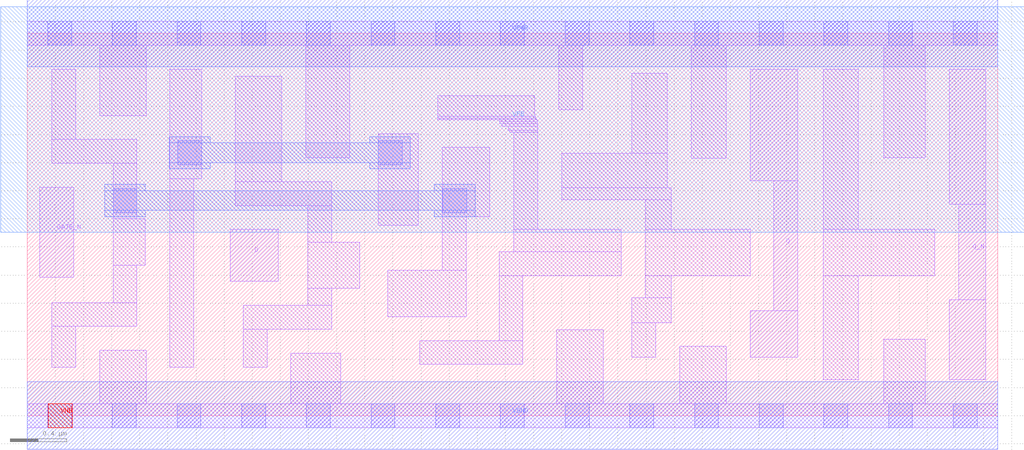
<source format=lef>
# Copyright 2020 The SkyWater PDK Authors
#
# Licensed under the Apache License, Version 2.0 (the "License");
# you may not use this file except in compliance with the License.
# You may obtain a copy of the License at
#
#     https://www.apache.org/licenses/LICENSE-2.0
#
# Unless required by applicable law or agreed to in writing, software
# distributed under the License is distributed on an "AS IS" BASIS,
# WITHOUT WARRANTIES OR CONDITIONS OF ANY KIND, either express or implied.
# See the License for the specific language governing permissions and
# limitations under the License.
#
# SPDX-License-Identifier: Apache-2.0

VERSION 5.7 ;
  NOWIREEXTENSIONATPIN ON ;
  DIVIDERCHAR "/" ;
  BUSBITCHARS "[]" ;
MACRO sky130_fd_sc_hd__dlxbn_1
  CLASS CORE ;
  FOREIGN sky130_fd_sc_hd__dlxbn_1 ;
  ORIGIN  0.000000  0.000000 ;
  SIZE  6.900000 BY  2.720000 ;
  SYMMETRY X Y R90 ;
  SITE unithd ;
  PIN D
    ANTENNAGATEAREA  0.159000 ;
    DIRECTION INPUT ;
    USE SIGNAL ;
    PORT
      LAYER li1 ;
        RECT 1.445000 0.955000 1.785000 1.325000 ;
    END
  END D
  PIN Q
    ANTENNADIFFAREA  0.429000 ;
    DIRECTION OUTPUT ;
    USE SIGNAL ;
    PORT
      LAYER li1 ;
        RECT 5.140000 0.415000 5.480000 0.745000 ;
        RECT 5.140000 1.670000 5.480000 2.465000 ;
        RECT 5.310000 0.745000 5.480000 1.670000 ;
    END
  END Q
  PIN Q_N
    ANTENNADIFFAREA  0.429000 ;
    DIRECTION OUTPUT ;
    USE SIGNAL ;
    PORT
      LAYER li1 ;
        RECT 6.555000 0.255000 6.815000 0.825000 ;
        RECT 6.555000 1.505000 6.815000 2.465000 ;
        RECT 6.625000 0.825000 6.815000 1.505000 ;
    END
  END Q_N
  PIN GATE_N
    ANTENNAGATEAREA  0.159000 ;
    DIRECTION INPUT ;
    USE CLOCK ;
    PORT
      LAYER li1 ;
        RECT 0.090000 0.985000 0.330000 1.625000 ;
    END
  END GATE_N
  PIN VGND
    DIRECTION INOUT ;
    SHAPE ABUTMENT ;
    USE GROUND ;
    PORT
      LAYER met1 ;
        RECT 0.000000 -0.240000 6.900000 0.240000 ;
    END
  END VGND
  PIN VNB
    DIRECTION INOUT ;
    USE GROUND ;
    PORT
      LAYER pwell ;
        RECT 0.150000 -0.085000 0.320000 0.085000 ;
    END
  END VNB
  PIN VPB
    DIRECTION INOUT ;
    USE POWER ;
    PORT
      LAYER nwell ;
        RECT -0.190000 1.305000 7.090000 2.910000 ;
    END
  END VPB
  PIN VPWR
    DIRECTION INOUT ;
    SHAPE ABUTMENT ;
    USE POWER ;
    PORT
      LAYER met1 ;
        RECT 0.000000 2.480000 6.900000 2.960000 ;
    END
  END VPWR
  OBS
    LAYER li1 ;
      RECT 0.000000 -0.085000 6.900000 0.085000 ;
      RECT 0.000000  2.635000 6.900000 2.805000 ;
      RECT 0.175000  0.345000 0.345000 0.635000 ;
      RECT 0.175000  0.635000 0.780000 0.805000 ;
      RECT 0.175000  1.795000 0.780000 1.965000 ;
      RECT 0.175000  1.965000 0.345000 2.465000 ;
      RECT 0.515000  0.085000 0.845000 0.465000 ;
      RECT 0.515000  2.135000 0.845000 2.635000 ;
      RECT 0.610000  0.805000 0.780000 1.070000 ;
      RECT 0.610000  1.070000 0.840000 1.400000 ;
      RECT 0.610000  1.400000 0.780000 1.795000 ;
      RECT 1.015000  0.345000 1.185000 1.685000 ;
      RECT 1.015000  1.685000 1.240000 2.465000 ;
      RECT 1.480000  1.495000 2.165000 1.665000 ;
      RECT 1.480000  1.665000 1.810000 2.415000 ;
      RECT 1.535000  0.345000 1.705000 0.615000 ;
      RECT 1.535000  0.615000 2.165000 0.785000 ;
      RECT 1.875000  0.085000 2.230000 0.445000 ;
      RECT 1.980000  1.835000 2.295000 2.635000 ;
      RECT 1.995000  0.785000 2.165000 0.905000 ;
      RECT 1.995000  0.905000 2.365000 1.235000 ;
      RECT 1.995000  1.235000 2.165000 1.495000 ;
      RECT 2.495000  1.355000 2.780000 2.005000 ;
      RECT 2.565000  0.705000 3.120000 1.035000 ;
      RECT 2.790000  0.365000 3.525000 0.535000 ;
      RECT 2.920000  2.105000 3.620000 2.115000 ;
      RECT 2.920000  2.115000 3.615000 2.130000 ;
      RECT 2.920000  2.130000 3.610000 2.275000 ;
      RECT 2.950000  1.035000 3.120000 1.415000 ;
      RECT 2.950000  1.415000 3.290000 1.910000 ;
      RECT 3.355000  0.535000 3.525000 0.995000 ;
      RECT 3.355000  0.995000 4.225000 1.165000 ;
      RECT 3.360000  2.075000 3.630000 2.090000 ;
      RECT 3.360000  2.090000 3.625000 2.105000 ;
      RECT 3.375000  2.060000 3.630000 2.075000 ;
      RECT 3.420000  2.030000 3.630000 2.060000 ;
      RECT 3.430000  2.015000 3.630000 2.030000 ;
      RECT 3.460000  1.165000 4.225000 1.325000 ;
      RECT 3.460000  1.325000 3.630000 2.015000 ;
      RECT 3.765000  0.085000 4.095000 0.610000 ;
      RECT 3.780000  2.175000 3.950000 2.635000 ;
      RECT 3.800000  1.535000 4.580000 1.620000 ;
      RECT 3.800000  1.620000 4.550000 1.865000 ;
      RECT 4.300000  0.415000 4.470000 0.660000 ;
      RECT 4.300000  0.660000 4.580000 0.840000 ;
      RECT 4.300000  1.865000 4.550000 2.435000 ;
      RECT 4.395000  0.840000 4.580000 0.995000 ;
      RECT 4.395000  0.995000 5.140000 1.325000 ;
      RECT 4.395000  1.325000 4.580000 1.535000 ;
      RECT 4.640000  0.085000 4.970000 0.495000 ;
      RECT 4.720000  1.830000 4.970000 2.635000 ;
      RECT 5.660000  0.255000 5.910000 0.995000 ;
      RECT 5.660000  0.995000 6.455000 1.325000 ;
      RECT 5.660000  1.325000 5.910000 2.465000 ;
      RECT 6.090000  0.085000 6.385000 0.545000 ;
      RECT 6.090000  1.835000 6.385000 2.635000 ;
    LAYER mcon ;
      RECT 0.145000 -0.085000 0.315000 0.085000 ;
      RECT 0.145000  2.635000 0.315000 2.805000 ;
      RECT 0.605000 -0.085000 0.775000 0.085000 ;
      RECT 0.605000  2.635000 0.775000 2.805000 ;
      RECT 0.610000  1.445000 0.780000 1.615000 ;
      RECT 1.065000 -0.085000 1.235000 0.085000 ;
      RECT 1.065000  2.635000 1.235000 2.805000 ;
      RECT 1.070000  1.785000 1.240000 1.955000 ;
      RECT 1.525000 -0.085000 1.695000 0.085000 ;
      RECT 1.525000  2.635000 1.695000 2.805000 ;
      RECT 1.985000 -0.085000 2.155000 0.085000 ;
      RECT 1.985000  2.635000 2.155000 2.805000 ;
      RECT 2.445000 -0.085000 2.615000 0.085000 ;
      RECT 2.445000  2.635000 2.615000 2.805000 ;
      RECT 2.495000  1.785000 2.665000 1.955000 ;
      RECT 2.905000 -0.085000 3.075000 0.085000 ;
      RECT 2.905000  2.635000 3.075000 2.805000 ;
      RECT 2.955000  1.445000 3.125000 1.615000 ;
      RECT 3.365000 -0.085000 3.535000 0.085000 ;
      RECT 3.365000  2.635000 3.535000 2.805000 ;
      RECT 3.825000 -0.085000 3.995000 0.085000 ;
      RECT 3.825000  2.635000 3.995000 2.805000 ;
      RECT 4.285000 -0.085000 4.455000 0.085000 ;
      RECT 4.285000  2.635000 4.455000 2.805000 ;
      RECT 4.745000 -0.085000 4.915000 0.085000 ;
      RECT 4.745000  2.635000 4.915000 2.805000 ;
      RECT 5.205000 -0.085000 5.375000 0.085000 ;
      RECT 5.205000  2.635000 5.375000 2.805000 ;
      RECT 5.665000 -0.085000 5.835000 0.085000 ;
      RECT 5.665000  2.635000 5.835000 2.805000 ;
      RECT 6.125000 -0.085000 6.295000 0.085000 ;
      RECT 6.125000  2.635000 6.295000 2.805000 ;
      RECT 6.585000 -0.085000 6.755000 0.085000 ;
      RECT 6.585000  2.635000 6.755000 2.805000 ;
    LAYER met1 ;
      RECT 0.550000 1.415000 0.840000 1.460000 ;
      RECT 0.550000 1.460000 3.185000 1.600000 ;
      RECT 0.550000 1.600000 0.840000 1.645000 ;
      RECT 1.010000 1.755000 1.300000 1.800000 ;
      RECT 1.010000 1.800000 2.725000 1.940000 ;
      RECT 1.010000 1.940000 1.300000 1.985000 ;
      RECT 2.435000 1.755000 2.725000 1.800000 ;
      RECT 2.435000 1.940000 2.725000 1.985000 ;
      RECT 2.895000 1.415000 3.185000 1.460000 ;
      RECT 2.895000 1.600000 3.185000 1.645000 ;
  END
END sky130_fd_sc_hd__dlxbn_1
END LIBRARY

</source>
